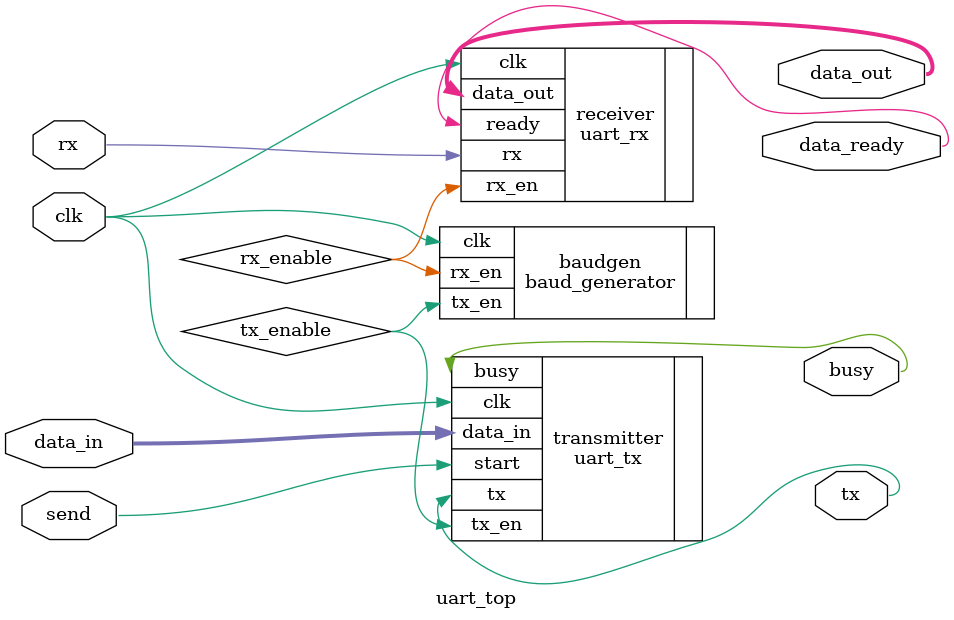
<source format=v>
module uart_top (
    input wire clk,
    input wire rx,
    output wire tx,
    input wire [7:0] data_in,
    input wire send,
    output wire busy,
    output wire [7:0] data_out,
    output wire data_ready
);

wire rx_enable, tx_enable;

baud_generator baudgen (
    .clk(clk),
    .rx_en(rx_enable),
    .tx_en(tx_enable)
);

uart_tx transmitter (
    .clk(clk),
    .tx_en(tx_enable),
    .data_in(data_in),
    .start(send),
    .tx(tx),
    .busy(busy)
);

uart_rx receiver (
    .clk(clk),
    .rx_en(rx_enable),
    .rx(rx),
    .data_out(data_out),
    .ready(data_ready)
);

endmodule

</source>
